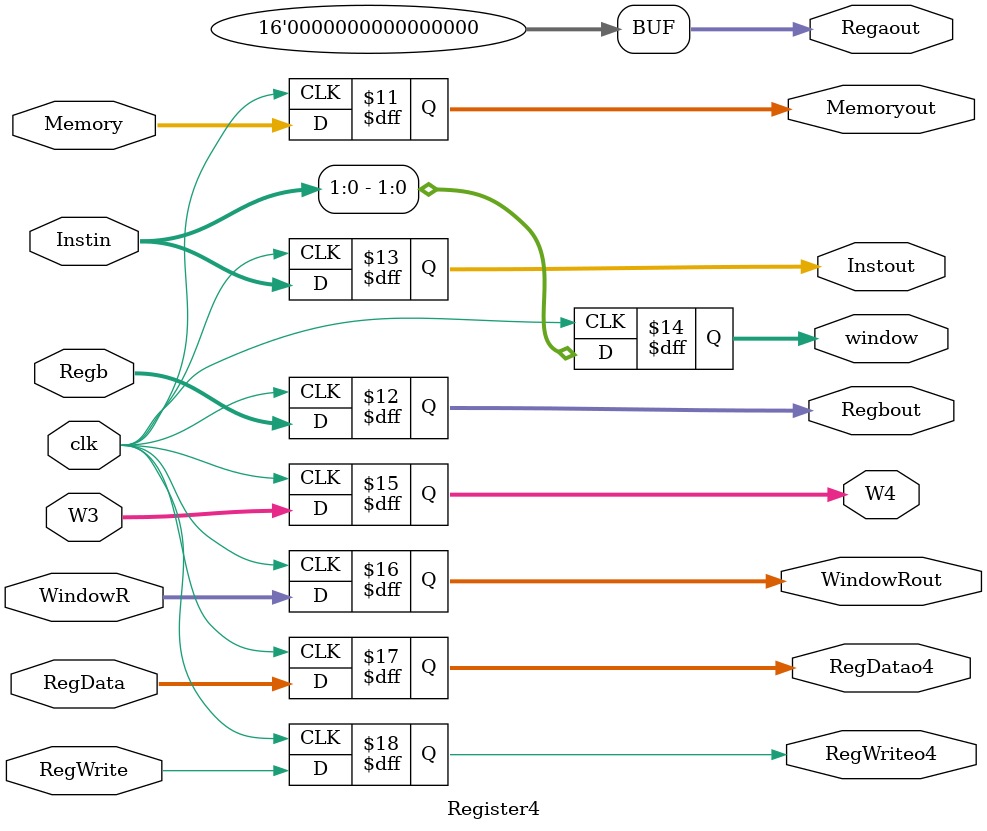
<source format=v>
module Register4(Instin,
                 clk,
                 Regb,
                 Memory,
                 window,
                 Regbout,
                 Regaout,
                 Instout,
                 Memoryout,
                 W3,
                 W4,
                 RegWrite,
                 RegWriteo4,
                 RegData,
                 RegDatao4,
                 WindowR,
                 WindowRout);
    
    input [15:0] Instin;
    input clk;
    input [15:0] Regb;
    input [15:0] Memory;
    input[15:0] W3;
    input[1:0] WindowR;
    
    
    output reg[15:0] Regaout   = 0;
    output reg[15:0] Memoryout = 0;
    output reg[15:0] Regbout   = 0;
    output reg [15:0] Instout  = 16'h8040;
    output reg [1:0] window    = 0;
    output reg [15:0] W4       = 0;
    output reg[1:0] WindowRout = 0;
    
    //Control
    input [1:0] RegData;
    input RegWrite;
    output reg [1:0] RegDatao4 = 0;
    output reg RegWriteo4      = 0;
    
    always@(posedge clk)
    begin
        Instout    = Instin;
        Regbout    = Regb;
        window     = Instin[1:0];
        Memoryout  = Memory;
        W4         = W3;
        WindowRout = WindowR;
        //Control
        RegWriteo4 = RegWrite;
        RegDatao4  = RegData;
    end
    
endmodule

</source>
